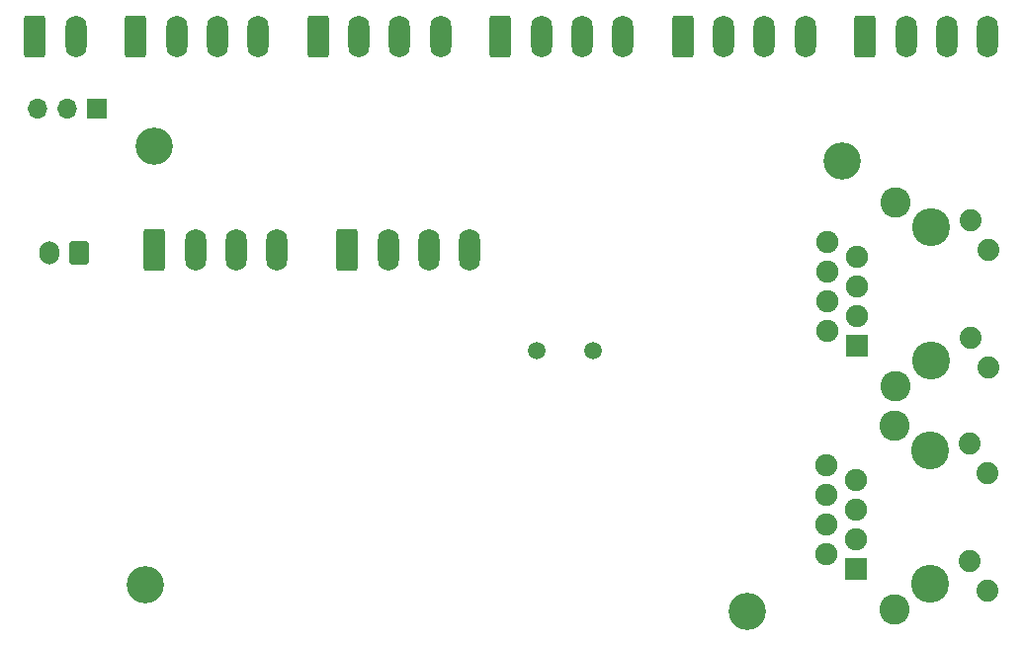
<source format=gbr>
%TF.GenerationSoftware,KiCad,Pcbnew,8.0.5*%
%TF.CreationDate,2024-10-29T23:36:48+01:00*%
%TF.ProjectId,8In-8Out-LAN9252-only,38496e2d-384f-4757-942d-4c414e393235,rev?*%
%TF.SameCoordinates,Original*%
%TF.FileFunction,Soldermask,Bot*%
%TF.FilePolarity,Negative*%
%FSLAX46Y46*%
G04 Gerber Fmt 4.6, Leading zero omitted, Abs format (unit mm)*
G04 Created by KiCad (PCBNEW 8.0.5) date 2024-10-29 23:36:48*
%MOMM*%
%LPD*%
G01*
G04 APERTURE LIST*
G04 Aperture macros list*
%AMRoundRect*
0 Rectangle with rounded corners*
0 $1 Rounding radius*
0 $2 $3 $4 $5 $6 $7 $8 $9 X,Y pos of 4 corners*
0 Add a 4 corners polygon primitive as box body*
4,1,4,$2,$3,$4,$5,$6,$7,$8,$9,$2,$3,0*
0 Add four circle primitives for the rounded corners*
1,1,$1+$1,$2,$3*
1,1,$1+$1,$4,$5*
1,1,$1+$1,$6,$7*
1,1,$1+$1,$8,$9*
0 Add four rect primitives between the rounded corners*
20,1,$1+$1,$2,$3,$4,$5,0*
20,1,$1+$1,$4,$5,$6,$7,0*
20,1,$1+$1,$6,$7,$8,$9,0*
20,1,$1+$1,$8,$9,$2,$3,0*%
G04 Aperture macros list end*
%ADD10RoundRect,0.250000X-0.650000X-1.550000X0.650000X-1.550000X0.650000X1.550000X-0.650000X1.550000X0*%
%ADD11O,1.800000X3.600000*%
%ADD12RoundRect,0.250000X0.600000X0.750000X-0.600000X0.750000X-0.600000X-0.750000X0.600000X-0.750000X0*%
%ADD13O,1.700000X2.000000*%
%ADD14C,1.500000*%
%ADD15R,1.700000X1.700000*%
%ADD16O,1.700000X1.700000*%
%ADD17C,2.600000*%
%ADD18C,1.890000*%
%ADD19C,1.900000*%
%ADD20R,1.900000X1.900000*%
%ADD21C,3.250000*%
%ADD22C,3.200000*%
G04 APERTURE END LIST*
D10*
%TO.C,J1*%
X146222500Y-68072000D03*
D11*
X149722500Y-68072000D03*
%TD*%
D10*
%TO.C,J5*%
X172974000Y-86360000D03*
D11*
X176474000Y-86360000D03*
X179974000Y-86360000D03*
X183474000Y-86360000D03*
%TD*%
D12*
%TO.C,J8*%
X149967000Y-86630300D03*
D13*
X147467000Y-86630300D03*
%TD*%
D14*
%TO.C,Y1*%
X189176000Y-94996000D03*
X194056000Y-94996000D03*
%TD*%
D15*
%TO.C,J9*%
X151496000Y-74295000D03*
D16*
X148956000Y-74295000D03*
X146416000Y-74295000D03*
%TD*%
D10*
%TO.C,J3*%
X201717000Y-68072000D03*
D11*
X205217000Y-68072000D03*
X208717000Y-68072000D03*
X212217000Y-68072000D03*
%TD*%
D17*
%TO.C,IN1*%
X219887800Y-117195600D03*
X219887800Y-101447600D03*
D18*
X226314000Y-102997000D03*
X227838000Y-105537000D03*
X226314000Y-113106200D03*
X227838000Y-115646200D03*
D19*
X214045800Y-104876600D03*
X216585800Y-106146600D03*
X214045800Y-107416600D03*
X216585800Y-108686600D03*
X214045800Y-109956600D03*
X216585800Y-111226600D03*
X214045800Y-112496600D03*
D20*
X216585800Y-113766600D03*
D21*
X222935800Y-115036600D03*
X222935800Y-103606600D03*
%TD*%
D10*
%TO.C,J2*%
X217338000Y-68072000D03*
D11*
X220838000Y-68072000D03*
X224338000Y-68072000D03*
X227838000Y-68072000D03*
%TD*%
D22*
%TO.C,H3*%
X155702000Y-115062000D03*
%TD*%
D10*
%TO.C,J4*%
X170475000Y-68072000D03*
D11*
X173975000Y-68072000D03*
X177475000Y-68072000D03*
X180975000Y-68072000D03*
%TD*%
D22*
%TO.C,H4*%
X207264000Y-117348000D03*
%TD*%
%TO.C,H2*%
X156464000Y-77470000D03*
%TD*%
D10*
%TO.C,J7*%
X156464000Y-86360000D03*
D11*
X159964000Y-86360000D03*
X163464000Y-86360000D03*
X166964000Y-86360000D03*
%TD*%
D10*
%TO.C,J10*%
X186096000Y-68072000D03*
D11*
X189596000Y-68072000D03*
X193096000Y-68072000D03*
X196596000Y-68072000D03*
%TD*%
D17*
%TO.C,OUT1*%
X219944000Y-98044000D03*
X219944000Y-82296000D03*
D18*
X226370200Y-83845400D03*
X227894200Y-86385400D03*
X226370200Y-93954600D03*
X227894200Y-96494600D03*
D19*
X214102000Y-85725000D03*
X216642000Y-86995000D03*
X214102000Y-88265000D03*
X216642000Y-89535000D03*
X214102000Y-90805000D03*
X216642000Y-92075000D03*
X214102000Y-93345000D03*
D20*
X216642000Y-94615000D03*
D21*
X222992000Y-95885000D03*
X222992000Y-84455000D03*
%TD*%
D22*
%TO.C,H1*%
X215392000Y-78740000D03*
%TD*%
D10*
%TO.C,J6*%
X154854000Y-68072000D03*
D11*
X158354000Y-68072000D03*
X161854000Y-68072000D03*
X165354000Y-68072000D03*
%TD*%
M02*

</source>
